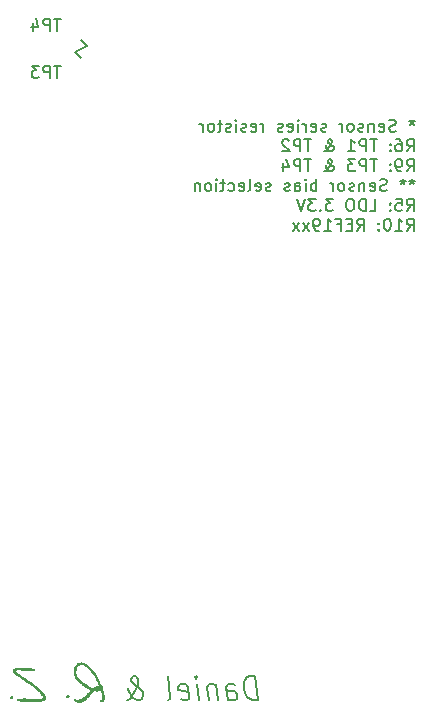
<source format=gbr>
%TF.GenerationSoftware,KiCad,Pcbnew,(5.1.9)-1*%
%TF.CreationDate,2021-03-12T11:46:57-05:00*%
%TF.ProjectId,SensorDemo,53656e73-6f72-4446-956d-6f2e6b696361,rev?*%
%TF.SameCoordinates,PX700e860PY7735940*%
%TF.FileFunction,Legend,Bot*%
%TF.FilePolarity,Positive*%
%FSLAX46Y46*%
G04 Gerber Fmt 4.6, Leading zero omitted, Abs format (unit mm)*
G04 Created by KiCad (PCBNEW (5.1.9)-1) date 2021-03-12 11:46:57*
%MOMM*%
%LPD*%
G01*
G04 APERTURE LIST*
%ADD10C,0.152400*%
%ADD11C,0.010000*%
G04 APERTURE END LIST*
D10*
X40513892Y50497381D02*
X40513892Y50255477D01*
X40755797Y50352239D02*
X40513892Y50255477D01*
X40271987Y50352239D01*
X40659035Y50061953D02*
X40513892Y50255477D01*
X40368749Y50061953D01*
X39159225Y49529762D02*
X39014082Y49481381D01*
X38772178Y49481381D01*
X38675416Y49529762D01*
X38627035Y49578143D01*
X38578654Y49674905D01*
X38578654Y49771667D01*
X38627035Y49868429D01*
X38675416Y49916810D01*
X38772178Y49965191D01*
X38965701Y50013572D01*
X39062463Y50061953D01*
X39110844Y50110334D01*
X39159225Y50207096D01*
X39159225Y50303858D01*
X39110844Y50400620D01*
X39062463Y50449000D01*
X38965701Y50497381D01*
X38723797Y50497381D01*
X38578654Y50449000D01*
X37756178Y49529762D02*
X37852940Y49481381D01*
X38046463Y49481381D01*
X38143225Y49529762D01*
X38191606Y49626524D01*
X38191606Y50013572D01*
X38143225Y50110334D01*
X38046463Y50158715D01*
X37852940Y50158715D01*
X37756178Y50110334D01*
X37707797Y50013572D01*
X37707797Y49916810D01*
X38191606Y49820048D01*
X37272368Y50158715D02*
X37272368Y49481381D01*
X37272368Y50061953D02*
X37223987Y50110334D01*
X37127225Y50158715D01*
X36982082Y50158715D01*
X36885320Y50110334D01*
X36836940Y50013572D01*
X36836940Y49481381D01*
X36401511Y49529762D02*
X36304749Y49481381D01*
X36111225Y49481381D01*
X36014463Y49529762D01*
X35966082Y49626524D01*
X35966082Y49674905D01*
X36014463Y49771667D01*
X36111225Y49820048D01*
X36256368Y49820048D01*
X36353130Y49868429D01*
X36401511Y49965191D01*
X36401511Y50013572D01*
X36353130Y50110334D01*
X36256368Y50158715D01*
X36111225Y50158715D01*
X36014463Y50110334D01*
X35385511Y49481381D02*
X35482273Y49529762D01*
X35530654Y49578143D01*
X35579035Y49674905D01*
X35579035Y49965191D01*
X35530654Y50061953D01*
X35482273Y50110334D01*
X35385511Y50158715D01*
X35240368Y50158715D01*
X35143606Y50110334D01*
X35095225Y50061953D01*
X35046844Y49965191D01*
X35046844Y49674905D01*
X35095225Y49578143D01*
X35143606Y49529762D01*
X35240368Y49481381D01*
X35385511Y49481381D01*
X34611416Y49481381D02*
X34611416Y50158715D01*
X34611416Y49965191D02*
X34563035Y50061953D01*
X34514654Y50110334D01*
X34417892Y50158715D01*
X34321130Y50158715D01*
X33256749Y49529762D02*
X33159987Y49481381D01*
X32966463Y49481381D01*
X32869701Y49529762D01*
X32821320Y49626524D01*
X32821320Y49674905D01*
X32869701Y49771667D01*
X32966463Y49820048D01*
X33111606Y49820048D01*
X33208368Y49868429D01*
X33256749Y49965191D01*
X33256749Y50013572D01*
X33208368Y50110334D01*
X33111606Y50158715D01*
X32966463Y50158715D01*
X32869701Y50110334D01*
X31998844Y49529762D02*
X32095606Y49481381D01*
X32289130Y49481381D01*
X32385892Y49529762D01*
X32434273Y49626524D01*
X32434273Y50013572D01*
X32385892Y50110334D01*
X32289130Y50158715D01*
X32095606Y50158715D01*
X31998844Y50110334D01*
X31950463Y50013572D01*
X31950463Y49916810D01*
X32434273Y49820048D01*
X31515035Y49481381D02*
X31515035Y50158715D01*
X31515035Y49965191D02*
X31466654Y50061953D01*
X31418273Y50110334D01*
X31321511Y50158715D01*
X31224749Y50158715D01*
X30886082Y49481381D02*
X30886082Y50158715D01*
X30886082Y50497381D02*
X30934463Y50449000D01*
X30886082Y50400620D01*
X30837701Y50449000D01*
X30886082Y50497381D01*
X30886082Y50400620D01*
X30015225Y49529762D02*
X30111987Y49481381D01*
X30305511Y49481381D01*
X30402273Y49529762D01*
X30450654Y49626524D01*
X30450654Y50013572D01*
X30402273Y50110334D01*
X30305511Y50158715D01*
X30111987Y50158715D01*
X30015225Y50110334D01*
X29966844Y50013572D01*
X29966844Y49916810D01*
X30450654Y49820048D01*
X29579797Y49529762D02*
X29483035Y49481381D01*
X29289511Y49481381D01*
X29192749Y49529762D01*
X29144368Y49626524D01*
X29144368Y49674905D01*
X29192749Y49771667D01*
X29289511Y49820048D01*
X29434654Y49820048D01*
X29531416Y49868429D01*
X29579797Y49965191D01*
X29579797Y50013572D01*
X29531416Y50110334D01*
X29434654Y50158715D01*
X29289511Y50158715D01*
X29192749Y50110334D01*
X27934844Y49481381D02*
X27934844Y50158715D01*
X27934844Y49965191D02*
X27886463Y50061953D01*
X27838082Y50110334D01*
X27741320Y50158715D01*
X27644559Y50158715D01*
X26918844Y49529762D02*
X27015606Y49481381D01*
X27209130Y49481381D01*
X27305892Y49529762D01*
X27354273Y49626524D01*
X27354273Y50013572D01*
X27305892Y50110334D01*
X27209130Y50158715D01*
X27015606Y50158715D01*
X26918844Y50110334D01*
X26870463Y50013572D01*
X26870463Y49916810D01*
X27354273Y49820048D01*
X26483416Y49529762D02*
X26386654Y49481381D01*
X26193130Y49481381D01*
X26096368Y49529762D01*
X26047987Y49626524D01*
X26047987Y49674905D01*
X26096368Y49771667D01*
X26193130Y49820048D01*
X26338273Y49820048D01*
X26435035Y49868429D01*
X26483416Y49965191D01*
X26483416Y50013572D01*
X26435035Y50110334D01*
X26338273Y50158715D01*
X26193130Y50158715D01*
X26096368Y50110334D01*
X25612559Y49481381D02*
X25612559Y50158715D01*
X25612559Y50497381D02*
X25660940Y50449000D01*
X25612559Y50400620D01*
X25564178Y50449000D01*
X25612559Y50497381D01*
X25612559Y50400620D01*
X25177130Y49529762D02*
X25080368Y49481381D01*
X24886844Y49481381D01*
X24790082Y49529762D01*
X24741701Y49626524D01*
X24741701Y49674905D01*
X24790082Y49771667D01*
X24886844Y49820048D01*
X25031987Y49820048D01*
X25128749Y49868429D01*
X25177130Y49965191D01*
X25177130Y50013572D01*
X25128749Y50110334D01*
X25031987Y50158715D01*
X24886844Y50158715D01*
X24790082Y50110334D01*
X24451416Y50158715D02*
X24064368Y50158715D01*
X24306273Y50497381D02*
X24306273Y49626524D01*
X24257892Y49529762D01*
X24161130Y49481381D01*
X24064368Y49481381D01*
X23580559Y49481381D02*
X23677320Y49529762D01*
X23725701Y49578143D01*
X23774082Y49674905D01*
X23774082Y49965191D01*
X23725701Y50061953D01*
X23677320Y50110334D01*
X23580559Y50158715D01*
X23435416Y50158715D01*
X23338654Y50110334D01*
X23290273Y50061953D01*
X23241892Y49965191D01*
X23241892Y49674905D01*
X23290273Y49578143D01*
X23338654Y49529762D01*
X23435416Y49481381D01*
X23580559Y49481381D01*
X22806463Y49481381D02*
X22806463Y50158715D01*
X22806463Y49965191D02*
X22758082Y50061953D01*
X22709701Y50110334D01*
X22612940Y50158715D01*
X22516178Y50158715D01*
X40078463Y47804981D02*
X40417130Y48288791D01*
X40659035Y47804981D02*
X40659035Y48820981D01*
X40271987Y48820981D01*
X40175225Y48772600D01*
X40126844Y48724220D01*
X40078463Y48627458D01*
X40078463Y48482315D01*
X40126844Y48385553D01*
X40175225Y48337172D01*
X40271987Y48288791D01*
X40659035Y48288791D01*
X39207606Y48820981D02*
X39401130Y48820981D01*
X39497892Y48772600D01*
X39546273Y48724220D01*
X39643035Y48579077D01*
X39691416Y48385553D01*
X39691416Y47998505D01*
X39643035Y47901743D01*
X39594654Y47853362D01*
X39497892Y47804981D01*
X39304368Y47804981D01*
X39207606Y47853362D01*
X39159225Y47901743D01*
X39110844Y47998505D01*
X39110844Y48240410D01*
X39159225Y48337172D01*
X39207606Y48385553D01*
X39304368Y48433934D01*
X39497892Y48433934D01*
X39594654Y48385553D01*
X39643035Y48337172D01*
X39691416Y48240410D01*
X38675416Y47901743D02*
X38627035Y47853362D01*
X38675416Y47804981D01*
X38723797Y47853362D01*
X38675416Y47901743D01*
X38675416Y47804981D01*
X38675416Y48433934D02*
X38627035Y48385553D01*
X38675416Y48337172D01*
X38723797Y48385553D01*
X38675416Y48433934D01*
X38675416Y48337172D01*
X37562654Y48820981D02*
X36982082Y48820981D01*
X37272368Y47804981D02*
X37272368Y48820981D01*
X36643416Y47804981D02*
X36643416Y48820981D01*
X36256368Y48820981D01*
X36159606Y48772600D01*
X36111225Y48724220D01*
X36062844Y48627458D01*
X36062844Y48482315D01*
X36111225Y48385553D01*
X36159606Y48337172D01*
X36256368Y48288791D01*
X36643416Y48288791D01*
X35095225Y47804981D02*
X35675797Y47804981D01*
X35385511Y47804981D02*
X35385511Y48820981D01*
X35482273Y48675839D01*
X35579035Y48579077D01*
X35675797Y48530696D01*
X33063225Y47804981D02*
X33111606Y47804981D01*
X33208368Y47853362D01*
X33353511Y47998505D01*
X33595416Y48288791D01*
X33692178Y48433934D01*
X33740559Y48579077D01*
X33740559Y48675839D01*
X33692178Y48772600D01*
X33595416Y48820981D01*
X33547035Y48820981D01*
X33450273Y48772600D01*
X33401892Y48675839D01*
X33401892Y48627458D01*
X33450273Y48530696D01*
X33498654Y48482315D01*
X33788940Y48288791D01*
X33837320Y48240410D01*
X33885701Y48143648D01*
X33885701Y47998505D01*
X33837320Y47901743D01*
X33788940Y47853362D01*
X33692178Y47804981D01*
X33547035Y47804981D01*
X33450273Y47853362D01*
X33401892Y47901743D01*
X33256749Y48095267D01*
X33208368Y48240410D01*
X33208368Y48337172D01*
X31998844Y48820981D02*
X31418273Y48820981D01*
X31708559Y47804981D02*
X31708559Y48820981D01*
X31079606Y47804981D02*
X31079606Y48820981D01*
X30692559Y48820981D01*
X30595797Y48772600D01*
X30547416Y48724220D01*
X30499035Y48627458D01*
X30499035Y48482315D01*
X30547416Y48385553D01*
X30595797Y48337172D01*
X30692559Y48288791D01*
X31079606Y48288791D01*
X30111987Y48724220D02*
X30063606Y48772600D01*
X29966844Y48820981D01*
X29724940Y48820981D01*
X29628178Y48772600D01*
X29579797Y48724220D01*
X29531416Y48627458D01*
X29531416Y48530696D01*
X29579797Y48385553D01*
X30160368Y47804981D01*
X29531416Y47804981D01*
X40078463Y46128581D02*
X40417130Y46612391D01*
X40659035Y46128581D02*
X40659035Y47144581D01*
X40271987Y47144581D01*
X40175225Y47096200D01*
X40126844Y47047820D01*
X40078463Y46951058D01*
X40078463Y46805915D01*
X40126844Y46709153D01*
X40175225Y46660772D01*
X40271987Y46612391D01*
X40659035Y46612391D01*
X39594654Y46128581D02*
X39401130Y46128581D01*
X39304368Y46176962D01*
X39255987Y46225343D01*
X39159225Y46370486D01*
X39110844Y46564010D01*
X39110844Y46951058D01*
X39159225Y47047820D01*
X39207606Y47096200D01*
X39304368Y47144581D01*
X39497892Y47144581D01*
X39594654Y47096200D01*
X39643035Y47047820D01*
X39691416Y46951058D01*
X39691416Y46709153D01*
X39643035Y46612391D01*
X39594654Y46564010D01*
X39497892Y46515629D01*
X39304368Y46515629D01*
X39207606Y46564010D01*
X39159225Y46612391D01*
X39110844Y46709153D01*
X38675416Y46225343D02*
X38627035Y46176962D01*
X38675416Y46128581D01*
X38723797Y46176962D01*
X38675416Y46225343D01*
X38675416Y46128581D01*
X38675416Y46757534D02*
X38627035Y46709153D01*
X38675416Y46660772D01*
X38723797Y46709153D01*
X38675416Y46757534D01*
X38675416Y46660772D01*
X37562654Y47144581D02*
X36982082Y47144581D01*
X37272368Y46128581D02*
X37272368Y47144581D01*
X36643416Y46128581D02*
X36643416Y47144581D01*
X36256368Y47144581D01*
X36159606Y47096200D01*
X36111225Y47047820D01*
X36062844Y46951058D01*
X36062844Y46805915D01*
X36111225Y46709153D01*
X36159606Y46660772D01*
X36256368Y46612391D01*
X36643416Y46612391D01*
X35724178Y47144581D02*
X35095225Y47144581D01*
X35433892Y46757534D01*
X35288749Y46757534D01*
X35191987Y46709153D01*
X35143606Y46660772D01*
X35095225Y46564010D01*
X35095225Y46322105D01*
X35143606Y46225343D01*
X35191987Y46176962D01*
X35288749Y46128581D01*
X35579035Y46128581D01*
X35675797Y46176962D01*
X35724178Y46225343D01*
X33063225Y46128581D02*
X33111606Y46128581D01*
X33208368Y46176962D01*
X33353511Y46322105D01*
X33595416Y46612391D01*
X33692178Y46757534D01*
X33740559Y46902677D01*
X33740559Y46999439D01*
X33692178Y47096200D01*
X33595416Y47144581D01*
X33547035Y47144581D01*
X33450273Y47096200D01*
X33401892Y46999439D01*
X33401892Y46951058D01*
X33450273Y46854296D01*
X33498654Y46805915D01*
X33788940Y46612391D01*
X33837320Y46564010D01*
X33885701Y46467248D01*
X33885701Y46322105D01*
X33837320Y46225343D01*
X33788940Y46176962D01*
X33692178Y46128581D01*
X33547035Y46128581D01*
X33450273Y46176962D01*
X33401892Y46225343D01*
X33256749Y46418867D01*
X33208368Y46564010D01*
X33208368Y46660772D01*
X31998844Y47144581D02*
X31418273Y47144581D01*
X31708559Y46128581D02*
X31708559Y47144581D01*
X31079606Y46128581D02*
X31079606Y47144581D01*
X30692559Y47144581D01*
X30595797Y47096200D01*
X30547416Y47047820D01*
X30499035Y46951058D01*
X30499035Y46805915D01*
X30547416Y46709153D01*
X30595797Y46660772D01*
X30692559Y46612391D01*
X31079606Y46612391D01*
X29628178Y46805915D02*
X29628178Y46128581D01*
X29870082Y47192962D02*
X30111987Y46467248D01*
X29483035Y46467248D01*
X40513892Y45468181D02*
X40513892Y45226277D01*
X40755797Y45323039D02*
X40513892Y45226277D01*
X40271987Y45323039D01*
X40659035Y45032753D02*
X40513892Y45226277D01*
X40368749Y45032753D01*
X39739797Y45468181D02*
X39739797Y45226277D01*
X39981701Y45323039D02*
X39739797Y45226277D01*
X39497892Y45323039D01*
X39884940Y45032753D02*
X39739797Y45226277D01*
X39594654Y45032753D01*
X38385130Y44500562D02*
X38239987Y44452181D01*
X37998082Y44452181D01*
X37901320Y44500562D01*
X37852940Y44548943D01*
X37804559Y44645705D01*
X37804559Y44742467D01*
X37852940Y44839229D01*
X37901320Y44887610D01*
X37998082Y44935991D01*
X38191606Y44984372D01*
X38288368Y45032753D01*
X38336749Y45081134D01*
X38385130Y45177896D01*
X38385130Y45274658D01*
X38336749Y45371420D01*
X38288368Y45419800D01*
X38191606Y45468181D01*
X37949701Y45468181D01*
X37804559Y45419800D01*
X36982082Y44500562D02*
X37078844Y44452181D01*
X37272368Y44452181D01*
X37369130Y44500562D01*
X37417511Y44597324D01*
X37417511Y44984372D01*
X37369130Y45081134D01*
X37272368Y45129515D01*
X37078844Y45129515D01*
X36982082Y45081134D01*
X36933701Y44984372D01*
X36933701Y44887610D01*
X37417511Y44790848D01*
X36498273Y45129515D02*
X36498273Y44452181D01*
X36498273Y45032753D02*
X36449892Y45081134D01*
X36353130Y45129515D01*
X36207987Y45129515D01*
X36111225Y45081134D01*
X36062844Y44984372D01*
X36062844Y44452181D01*
X35627416Y44500562D02*
X35530654Y44452181D01*
X35337130Y44452181D01*
X35240368Y44500562D01*
X35191987Y44597324D01*
X35191987Y44645705D01*
X35240368Y44742467D01*
X35337130Y44790848D01*
X35482273Y44790848D01*
X35579035Y44839229D01*
X35627416Y44935991D01*
X35627416Y44984372D01*
X35579035Y45081134D01*
X35482273Y45129515D01*
X35337130Y45129515D01*
X35240368Y45081134D01*
X34611416Y44452181D02*
X34708178Y44500562D01*
X34756559Y44548943D01*
X34804940Y44645705D01*
X34804940Y44935991D01*
X34756559Y45032753D01*
X34708178Y45081134D01*
X34611416Y45129515D01*
X34466273Y45129515D01*
X34369511Y45081134D01*
X34321130Y45032753D01*
X34272749Y44935991D01*
X34272749Y44645705D01*
X34321130Y44548943D01*
X34369511Y44500562D01*
X34466273Y44452181D01*
X34611416Y44452181D01*
X33837320Y44452181D02*
X33837320Y45129515D01*
X33837320Y44935991D02*
X33788940Y45032753D01*
X33740559Y45081134D01*
X33643797Y45129515D01*
X33547035Y45129515D01*
X32434273Y44452181D02*
X32434273Y45468181D01*
X32434273Y45081134D02*
X32337511Y45129515D01*
X32143987Y45129515D01*
X32047225Y45081134D01*
X31998844Y45032753D01*
X31950463Y44935991D01*
X31950463Y44645705D01*
X31998844Y44548943D01*
X32047225Y44500562D01*
X32143987Y44452181D01*
X32337511Y44452181D01*
X32434273Y44500562D01*
X31515035Y44452181D02*
X31515035Y45129515D01*
X31515035Y45468181D02*
X31563416Y45419800D01*
X31515035Y45371420D01*
X31466654Y45419800D01*
X31515035Y45468181D01*
X31515035Y45371420D01*
X30595797Y44452181D02*
X30595797Y44984372D01*
X30644178Y45081134D01*
X30740940Y45129515D01*
X30934463Y45129515D01*
X31031225Y45081134D01*
X30595797Y44500562D02*
X30692559Y44452181D01*
X30934463Y44452181D01*
X31031225Y44500562D01*
X31079606Y44597324D01*
X31079606Y44694086D01*
X31031225Y44790848D01*
X30934463Y44839229D01*
X30692559Y44839229D01*
X30595797Y44887610D01*
X30160368Y44500562D02*
X30063606Y44452181D01*
X29870082Y44452181D01*
X29773320Y44500562D01*
X29724940Y44597324D01*
X29724940Y44645705D01*
X29773320Y44742467D01*
X29870082Y44790848D01*
X30015225Y44790848D01*
X30111987Y44839229D01*
X30160368Y44935991D01*
X30160368Y44984372D01*
X30111987Y45081134D01*
X30015225Y45129515D01*
X29870082Y45129515D01*
X29773320Y45081134D01*
X28563797Y44500562D02*
X28467035Y44452181D01*
X28273511Y44452181D01*
X28176749Y44500562D01*
X28128368Y44597324D01*
X28128368Y44645705D01*
X28176749Y44742467D01*
X28273511Y44790848D01*
X28418654Y44790848D01*
X28515416Y44839229D01*
X28563797Y44935991D01*
X28563797Y44984372D01*
X28515416Y45081134D01*
X28418654Y45129515D01*
X28273511Y45129515D01*
X28176749Y45081134D01*
X27305892Y44500562D02*
X27402654Y44452181D01*
X27596178Y44452181D01*
X27692940Y44500562D01*
X27741320Y44597324D01*
X27741320Y44984372D01*
X27692940Y45081134D01*
X27596178Y45129515D01*
X27402654Y45129515D01*
X27305892Y45081134D01*
X27257511Y44984372D01*
X27257511Y44887610D01*
X27741320Y44790848D01*
X26676940Y44452181D02*
X26773701Y44500562D01*
X26822082Y44597324D01*
X26822082Y45468181D01*
X25902844Y44500562D02*
X25999606Y44452181D01*
X26193130Y44452181D01*
X26289892Y44500562D01*
X26338273Y44597324D01*
X26338273Y44984372D01*
X26289892Y45081134D01*
X26193130Y45129515D01*
X25999606Y45129515D01*
X25902844Y45081134D01*
X25854463Y44984372D01*
X25854463Y44887610D01*
X26338273Y44790848D01*
X24983606Y44500562D02*
X25080368Y44452181D01*
X25273892Y44452181D01*
X25370654Y44500562D01*
X25419035Y44548943D01*
X25467416Y44645705D01*
X25467416Y44935991D01*
X25419035Y45032753D01*
X25370654Y45081134D01*
X25273892Y45129515D01*
X25080368Y45129515D01*
X24983606Y45081134D01*
X24693320Y45129515D02*
X24306273Y45129515D01*
X24548178Y45468181D02*
X24548178Y44597324D01*
X24499797Y44500562D01*
X24403035Y44452181D01*
X24306273Y44452181D01*
X23967606Y44452181D02*
X23967606Y45129515D01*
X23967606Y45468181D02*
X24015987Y45419800D01*
X23967606Y45371420D01*
X23919225Y45419800D01*
X23967606Y45468181D01*
X23967606Y45371420D01*
X23338654Y44452181D02*
X23435416Y44500562D01*
X23483797Y44548943D01*
X23532178Y44645705D01*
X23532178Y44935991D01*
X23483797Y45032753D01*
X23435416Y45081134D01*
X23338654Y45129515D01*
X23193511Y45129515D01*
X23096749Y45081134D01*
X23048368Y45032753D01*
X22999987Y44935991D01*
X22999987Y44645705D01*
X23048368Y44548943D01*
X23096749Y44500562D01*
X23193511Y44452181D01*
X23338654Y44452181D01*
X22564559Y45129515D02*
X22564559Y44452181D01*
X22564559Y45032753D02*
X22516178Y45081134D01*
X22419416Y45129515D01*
X22274273Y45129515D01*
X22177511Y45081134D01*
X22129130Y44984372D01*
X22129130Y44452181D01*
X40078463Y42775781D02*
X40417130Y43259591D01*
X40659035Y42775781D02*
X40659035Y43791781D01*
X40271987Y43791781D01*
X40175225Y43743400D01*
X40126844Y43695020D01*
X40078463Y43598258D01*
X40078463Y43453115D01*
X40126844Y43356353D01*
X40175225Y43307972D01*
X40271987Y43259591D01*
X40659035Y43259591D01*
X39159225Y43791781D02*
X39643035Y43791781D01*
X39691416Y43307972D01*
X39643035Y43356353D01*
X39546273Y43404734D01*
X39304368Y43404734D01*
X39207606Y43356353D01*
X39159225Y43307972D01*
X39110844Y43211210D01*
X39110844Y42969305D01*
X39159225Y42872543D01*
X39207606Y42824162D01*
X39304368Y42775781D01*
X39546273Y42775781D01*
X39643035Y42824162D01*
X39691416Y42872543D01*
X38675416Y42872543D02*
X38627035Y42824162D01*
X38675416Y42775781D01*
X38723797Y42824162D01*
X38675416Y42872543D01*
X38675416Y42775781D01*
X38675416Y43404734D02*
X38627035Y43356353D01*
X38675416Y43307972D01*
X38723797Y43356353D01*
X38675416Y43404734D01*
X38675416Y43307972D01*
X36933701Y42775781D02*
X37417511Y42775781D01*
X37417511Y43791781D01*
X36595035Y42775781D02*
X36595035Y43791781D01*
X36353130Y43791781D01*
X36207987Y43743400D01*
X36111225Y43646639D01*
X36062844Y43549877D01*
X36014463Y43356353D01*
X36014463Y43211210D01*
X36062844Y43017686D01*
X36111225Y42920924D01*
X36207987Y42824162D01*
X36353130Y42775781D01*
X36595035Y42775781D01*
X35385511Y43791781D02*
X35191987Y43791781D01*
X35095225Y43743400D01*
X34998463Y43646639D01*
X34950082Y43453115D01*
X34950082Y43114448D01*
X34998463Y42920924D01*
X35095225Y42824162D01*
X35191987Y42775781D01*
X35385511Y42775781D01*
X35482273Y42824162D01*
X35579035Y42920924D01*
X35627416Y43114448D01*
X35627416Y43453115D01*
X35579035Y43646639D01*
X35482273Y43743400D01*
X35385511Y43791781D01*
X33837320Y43791781D02*
X33208368Y43791781D01*
X33547035Y43404734D01*
X33401892Y43404734D01*
X33305130Y43356353D01*
X33256749Y43307972D01*
X33208368Y43211210D01*
X33208368Y42969305D01*
X33256749Y42872543D01*
X33305130Y42824162D01*
X33401892Y42775781D01*
X33692178Y42775781D01*
X33788940Y42824162D01*
X33837320Y42872543D01*
X32772940Y42872543D02*
X32724559Y42824162D01*
X32772940Y42775781D01*
X32821320Y42824162D01*
X32772940Y42872543D01*
X32772940Y42775781D01*
X32385892Y43791781D02*
X31756940Y43791781D01*
X32095606Y43404734D01*
X31950463Y43404734D01*
X31853701Y43356353D01*
X31805320Y43307972D01*
X31756940Y43211210D01*
X31756940Y42969305D01*
X31805320Y42872543D01*
X31853701Y42824162D01*
X31950463Y42775781D01*
X32240749Y42775781D01*
X32337511Y42824162D01*
X32385892Y42872543D01*
X31466654Y43791781D02*
X31127987Y42775781D01*
X30789320Y43791781D01*
X40078463Y41099381D02*
X40417130Y41583191D01*
X40659035Y41099381D02*
X40659035Y42115381D01*
X40271987Y42115381D01*
X40175225Y42067000D01*
X40126844Y42018620D01*
X40078463Y41921858D01*
X40078463Y41776715D01*
X40126844Y41679953D01*
X40175225Y41631572D01*
X40271987Y41583191D01*
X40659035Y41583191D01*
X39110844Y41099381D02*
X39691416Y41099381D01*
X39401130Y41099381D02*
X39401130Y42115381D01*
X39497892Y41970239D01*
X39594654Y41873477D01*
X39691416Y41825096D01*
X38481892Y42115381D02*
X38385130Y42115381D01*
X38288368Y42067000D01*
X38239987Y42018620D01*
X38191606Y41921858D01*
X38143225Y41728334D01*
X38143225Y41486429D01*
X38191606Y41292905D01*
X38239987Y41196143D01*
X38288368Y41147762D01*
X38385130Y41099381D01*
X38481892Y41099381D01*
X38578654Y41147762D01*
X38627035Y41196143D01*
X38675416Y41292905D01*
X38723797Y41486429D01*
X38723797Y41728334D01*
X38675416Y41921858D01*
X38627035Y42018620D01*
X38578654Y42067000D01*
X38481892Y42115381D01*
X37707797Y41196143D02*
X37659416Y41147762D01*
X37707797Y41099381D01*
X37756178Y41147762D01*
X37707797Y41196143D01*
X37707797Y41099381D01*
X37707797Y41728334D02*
X37659416Y41679953D01*
X37707797Y41631572D01*
X37756178Y41679953D01*
X37707797Y41728334D01*
X37707797Y41631572D01*
X35869320Y41099381D02*
X36207987Y41583191D01*
X36449892Y41099381D02*
X36449892Y42115381D01*
X36062844Y42115381D01*
X35966082Y42067000D01*
X35917701Y42018620D01*
X35869320Y41921858D01*
X35869320Y41776715D01*
X35917701Y41679953D01*
X35966082Y41631572D01*
X36062844Y41583191D01*
X36449892Y41583191D01*
X35433892Y41631572D02*
X35095225Y41631572D01*
X34950082Y41099381D02*
X35433892Y41099381D01*
X35433892Y42115381D01*
X34950082Y42115381D01*
X34175987Y41631572D02*
X34514654Y41631572D01*
X34514654Y41099381D02*
X34514654Y42115381D01*
X34030844Y42115381D01*
X33111606Y41099381D02*
X33692178Y41099381D01*
X33401892Y41099381D02*
X33401892Y42115381D01*
X33498654Y41970239D01*
X33595416Y41873477D01*
X33692178Y41825096D01*
X32627797Y41099381D02*
X32434273Y41099381D01*
X32337511Y41147762D01*
X32289130Y41196143D01*
X32192368Y41341286D01*
X32143987Y41534810D01*
X32143987Y41921858D01*
X32192368Y42018620D01*
X32240749Y42067000D01*
X32337511Y42115381D01*
X32531035Y42115381D01*
X32627797Y42067000D01*
X32676178Y42018620D01*
X32724559Y41921858D01*
X32724559Y41679953D01*
X32676178Y41583191D01*
X32627797Y41534810D01*
X32531035Y41486429D01*
X32337511Y41486429D01*
X32240749Y41534810D01*
X32192368Y41583191D01*
X32143987Y41679953D01*
X31805320Y41099381D02*
X31273130Y41776715D01*
X31805320Y41776715D02*
X31273130Y41099381D01*
X30982844Y41099381D02*
X30450654Y41776715D01*
X30982844Y41776715D02*
X30450654Y41099381D01*
X12000000Y56250000D02*
X12500000Y55750000D01*
X13000000Y56750000D02*
X12000000Y56250000D01*
X12500000Y57250000D02*
X13000000Y56750000D01*
X27465511Y1330762D02*
X27211511Y3362762D01*
X26788178Y3362762D01*
X26546273Y3266000D01*
X26401130Y3072477D01*
X26340654Y2878953D01*
X26304368Y2491905D01*
X26340654Y2201620D01*
X26473701Y1814572D01*
X26582559Y1621048D01*
X26776082Y1427524D01*
X27042178Y1330762D01*
X27465511Y1330762D01*
X24925511Y1330762D02*
X24792463Y2395143D01*
X24852940Y2588667D01*
X25010178Y2685429D01*
X25348844Y2685429D01*
X25530273Y2588667D01*
X24913416Y1427524D02*
X25094844Y1330762D01*
X25518178Y1330762D01*
X25675416Y1427524D01*
X25735892Y1621048D01*
X25711701Y1814572D01*
X25602844Y2008096D01*
X25421416Y2104858D01*
X24998082Y2104858D01*
X24816654Y2201620D01*
X23909511Y2685429D02*
X24078844Y1330762D01*
X23933701Y2491905D02*
X23836940Y2588667D01*
X23655511Y2685429D01*
X23401511Y2685429D01*
X23244273Y2588667D01*
X23183797Y2395143D01*
X23316844Y1330762D01*
X22470178Y1330762D02*
X22300844Y2685429D01*
X22216178Y3362762D02*
X22312940Y3266000D01*
X22240368Y3169239D01*
X22143606Y3266000D01*
X22216178Y3362762D01*
X22240368Y3169239D01*
X20934082Y1427524D02*
X21115511Y1330762D01*
X21454178Y1330762D01*
X21611416Y1427524D01*
X21671892Y1621048D01*
X21575130Y2395143D01*
X21466273Y2588667D01*
X21284844Y2685429D01*
X20946178Y2685429D01*
X20788940Y2588667D01*
X20728463Y2395143D01*
X20752654Y2201620D01*
X21623511Y2008096D01*
X19845511Y1330762D02*
X20002749Y1427524D01*
X20063225Y1621048D01*
X19845511Y3362762D01*
X16374178Y1330762D02*
X16458844Y1330762D01*
X16616082Y1427524D01*
X16833797Y1717810D01*
X17184559Y2298381D01*
X17317606Y2588667D01*
X17365987Y2878953D01*
X17341797Y3072477D01*
X17232940Y3266000D01*
X17051511Y3362762D01*
X16966844Y3362762D01*
X16809606Y3266000D01*
X16749130Y3072477D01*
X16761225Y2975715D01*
X16870082Y2782191D01*
X16966844Y2685429D01*
X17523225Y2298381D01*
X17619987Y2201620D01*
X17728844Y2008096D01*
X17765130Y1717810D01*
X17704654Y1524286D01*
X17632082Y1427524D01*
X17474844Y1330762D01*
X17220844Y1330762D01*
X17039416Y1427524D01*
X16942654Y1524286D01*
X16640273Y1911334D01*
X16519320Y2201620D01*
X16495130Y2395143D01*
D11*
%TO.C,G\u002A\u002A\u002A*%
G36*
X11366261Y1757080D02*
G01*
X11343066Y1745306D01*
X11314789Y1727290D01*
X11288596Y1708012D01*
X11271653Y1692449D01*
X11269998Y1690210D01*
X11262329Y1661138D01*
X11269874Y1629612D01*
X11282320Y1612080D01*
X11305896Y1596844D01*
X11336123Y1594447D01*
X11377449Y1604666D01*
X11383920Y1606927D01*
X11419051Y1627476D01*
X11441998Y1656964D01*
X11449886Y1690440D01*
X11445303Y1712660D01*
X11426179Y1739662D01*
X11399062Y1756257D01*
X11370942Y1758519D01*
X11366261Y1757080D01*
G37*
X11366261Y1757080D02*
X11343066Y1745306D01*
X11314789Y1727290D01*
X11288596Y1708012D01*
X11271653Y1692449D01*
X11269998Y1690210D01*
X11262329Y1661138D01*
X11269874Y1629612D01*
X11282320Y1612080D01*
X11305896Y1596844D01*
X11336123Y1594447D01*
X11377449Y1604666D01*
X11383920Y1606927D01*
X11419051Y1627476D01*
X11441998Y1656964D01*
X11449886Y1690440D01*
X11445303Y1712660D01*
X11426179Y1739662D01*
X11399062Y1756257D01*
X11370942Y1758519D01*
X11366261Y1757080D01*
G36*
X6567090Y1683835D02*
G01*
X6538419Y1661158D01*
X6527856Y1646063D01*
X6511102Y1610796D01*
X6509041Y1582812D01*
X6521332Y1555718D01*
X6522937Y1553381D01*
X6547241Y1534715D01*
X6580545Y1532670D01*
X6620082Y1547300D01*
X6627075Y1551358D01*
X6648633Y1566834D01*
X6657420Y1583395D01*
X6657823Y1610029D01*
X6657555Y1613805D01*
X6647183Y1653281D01*
X6625778Y1678825D01*
X6597645Y1689367D01*
X6567090Y1683835D01*
G37*
X6567090Y1683835D02*
X6538419Y1661158D01*
X6527856Y1646063D01*
X6511102Y1610796D01*
X6509041Y1582812D01*
X6521332Y1555718D01*
X6522937Y1553381D01*
X6547241Y1534715D01*
X6580545Y1532670D01*
X6620082Y1547300D01*
X6627075Y1551358D01*
X6648633Y1566834D01*
X6657420Y1583395D01*
X6657823Y1610029D01*
X6657555Y1613805D01*
X6647183Y1653281D01*
X6625778Y1678825D01*
X6597645Y1689367D01*
X6567090Y1683835D01*
G36*
X7170694Y4059838D02*
G01*
X7093379Y4057579D01*
X7025953Y4053465D01*
X6972724Y4047537D01*
X6956272Y4044645D01*
X6875978Y4021543D01*
X6813366Y3989411D01*
X6768541Y3949417D01*
X6741608Y3902728D01*
X6732673Y3850511D01*
X6741839Y3793933D01*
X6769213Y3734162D01*
X6814900Y3672363D01*
X6879005Y3609706D01*
X6914503Y3581071D01*
X6938303Y3563881D01*
X6977119Y3537040D01*
X7028900Y3501919D01*
X7091591Y3459887D01*
X7163139Y3412317D01*
X7241490Y3360579D01*
X7324591Y3306044D01*
X7406280Y3252755D01*
X7599710Y3125930D01*
X7776741Y3007617D01*
X7938856Y2896681D01*
X8087540Y2791985D01*
X8224276Y2692393D01*
X8350548Y2596768D01*
X8467840Y2503976D01*
X8577636Y2412878D01*
X8681419Y2322339D01*
X8780673Y2231223D01*
X8876883Y2138394D01*
X8927132Y2088126D01*
X9015190Y1995320D01*
X9092221Y1906634D01*
X9157335Y1823374D01*
X9209640Y1746847D01*
X9248245Y1678359D01*
X9272260Y1619218D01*
X9280793Y1570729D01*
X9280800Y1569442D01*
X9279895Y1539298D01*
X9273941Y1521953D01*
X9258077Y1509966D01*
X9234954Y1499218D01*
X9201964Y1486013D01*
X9166963Y1475235D01*
X9127715Y1466707D01*
X9081985Y1460250D01*
X9027537Y1455688D01*
X8962133Y1452840D01*
X8883538Y1451531D01*
X8789517Y1451582D01*
X8677832Y1452814D01*
X8655960Y1453143D01*
X8570226Y1454767D01*
X8488668Y1456861D01*
X8414093Y1459312D01*
X8349305Y1462007D01*
X8297113Y1464833D01*
X8260320Y1467676D01*
X8244480Y1469760D01*
X8213581Y1473763D01*
X8165186Y1477333D01*
X8102113Y1480435D01*
X8027184Y1483035D01*
X7943217Y1485101D01*
X7853032Y1486598D01*
X7759450Y1487493D01*
X7665288Y1487753D01*
X7573368Y1487344D01*
X7486508Y1486232D01*
X7407529Y1484384D01*
X7339250Y1481767D01*
X7319994Y1480754D01*
X7248457Y1476472D01*
X7194275Y1472604D01*
X7154500Y1468745D01*
X7126185Y1464491D01*
X7106381Y1459434D01*
X7092141Y1453171D01*
X7084678Y1448408D01*
X7065051Y1429607D01*
X7055856Y1411297D01*
X7055760Y1409763D01*
X7059231Y1392366D01*
X7071177Y1377624D01*
X7093900Y1364560D01*
X7129702Y1352194D01*
X7180883Y1339550D01*
X7249746Y1325648D01*
X7256779Y1324322D01*
X7304593Y1315555D01*
X7346200Y1308627D01*
X7385090Y1303284D01*
X7424753Y1299268D01*
X7468679Y1296326D01*
X7520357Y1294200D01*
X7583277Y1292636D01*
X7660929Y1291377D01*
X7716160Y1290661D01*
X7918917Y1288226D01*
X8102018Y1286179D01*
X8266124Y1284517D01*
X8411897Y1283238D01*
X8539995Y1282339D01*
X8651082Y1281819D01*
X8745816Y1281675D01*
X8824860Y1281905D01*
X8888873Y1282506D01*
X8938517Y1283478D01*
X8974452Y1284817D01*
X8996320Y1286408D01*
X9070142Y1295932D01*
X9142968Y1308185D01*
X9209884Y1322151D01*
X9265976Y1336813D01*
X9303932Y1350099D01*
X9356386Y1381359D01*
X9400979Y1424553D01*
X9435048Y1475421D01*
X9455930Y1529704D01*
X9460962Y1583144D01*
X9459027Y1598138D01*
X9435996Y1676900D01*
X9395270Y1763663D01*
X9337476Y1857637D01*
X9263240Y1958031D01*
X9173188Y2064056D01*
X9067945Y2174922D01*
X8948138Y2289839D01*
X8823600Y2400162D01*
X8778886Y2438195D01*
X8738090Y2472348D01*
X8698780Y2504490D01*
X8658525Y2536491D01*
X8614893Y2570220D01*
X8565455Y2607547D01*
X8507777Y2650342D01*
X8439429Y2700475D01*
X8357981Y2759815D01*
X8320680Y2786916D01*
X8228872Y2853451D01*
X8148116Y2911599D01*
X8075373Y2963431D01*
X8007605Y3011017D01*
X7941773Y3056429D01*
X7874838Y3101735D01*
X7803761Y3149009D01*
X7725504Y3200319D01*
X7637027Y3257737D01*
X7535292Y3323333D01*
X7502800Y3344229D01*
X7390918Y3416188D01*
X7294785Y3478150D01*
X7213043Y3531084D01*
X7144334Y3575958D01*
X7087299Y3613740D01*
X7040579Y3645397D01*
X7002815Y3671897D01*
X6972650Y3694208D01*
X6948724Y3713298D01*
X6929679Y3730134D01*
X6914156Y3745686D01*
X6900797Y3760919D01*
X6888243Y3776803D01*
X6879802Y3788026D01*
X6859025Y3826231D01*
X6857491Y3859466D01*
X6875338Y3887892D01*
X6912705Y3911671D01*
X6969730Y3930964D01*
X7010113Y3939833D01*
X7044956Y3943790D01*
X7097537Y3946214D01*
X7165335Y3947169D01*
X7245833Y3946717D01*
X7336510Y3944922D01*
X7434846Y3941847D01*
X7538323Y3937556D01*
X7644420Y3932112D01*
X7750619Y3925578D01*
X7843160Y3918899D01*
X7922022Y3913124D01*
X8001175Y3907966D01*
X8076196Y3903665D01*
X8142662Y3900463D01*
X8196148Y3898602D01*
X8221620Y3898226D01*
X8267078Y3897461D01*
X8303965Y3895492D01*
X8328229Y3892629D01*
X8335920Y3889551D01*
X8345016Y3875530D01*
X8368978Y3866841D01*
X8402825Y3864477D01*
X8439345Y3868941D01*
X8486384Y3884919D01*
X8519038Y3908147D01*
X8535914Y3936161D01*
X8535618Y3966497D01*
X8516757Y3996691D01*
X8513414Y3999969D01*
X8487707Y4024119D01*
X8043514Y4031728D01*
X7945734Y4033598D01*
X7850339Y4035791D01*
X7760098Y4038215D01*
X7677781Y4040783D01*
X7606157Y4043404D01*
X7547997Y4045989D01*
X7506070Y4048448D01*
X7492640Y4049546D01*
X7418871Y4055097D01*
X7337750Y4058637D01*
X7253588Y4060204D01*
X7170694Y4059838D01*
G37*
X7170694Y4059838D02*
X7093379Y4057579D01*
X7025953Y4053465D01*
X6972724Y4047537D01*
X6956272Y4044645D01*
X6875978Y4021543D01*
X6813366Y3989411D01*
X6768541Y3949417D01*
X6741608Y3902728D01*
X6732673Y3850511D01*
X6741839Y3793933D01*
X6769213Y3734162D01*
X6814900Y3672363D01*
X6879005Y3609706D01*
X6914503Y3581071D01*
X6938303Y3563881D01*
X6977119Y3537040D01*
X7028900Y3501919D01*
X7091591Y3459887D01*
X7163139Y3412317D01*
X7241490Y3360579D01*
X7324591Y3306044D01*
X7406280Y3252755D01*
X7599710Y3125930D01*
X7776741Y3007617D01*
X7938856Y2896681D01*
X8087540Y2791985D01*
X8224276Y2692393D01*
X8350548Y2596768D01*
X8467840Y2503976D01*
X8577636Y2412878D01*
X8681419Y2322339D01*
X8780673Y2231223D01*
X8876883Y2138394D01*
X8927132Y2088126D01*
X9015190Y1995320D01*
X9092221Y1906634D01*
X9157335Y1823374D01*
X9209640Y1746847D01*
X9248245Y1678359D01*
X9272260Y1619218D01*
X9280793Y1570729D01*
X9280800Y1569442D01*
X9279895Y1539298D01*
X9273941Y1521953D01*
X9258077Y1509966D01*
X9234954Y1499218D01*
X9201964Y1486013D01*
X9166963Y1475235D01*
X9127715Y1466707D01*
X9081985Y1460250D01*
X9027537Y1455688D01*
X8962133Y1452840D01*
X8883538Y1451531D01*
X8789517Y1451582D01*
X8677832Y1452814D01*
X8655960Y1453143D01*
X8570226Y1454767D01*
X8488668Y1456861D01*
X8414093Y1459312D01*
X8349305Y1462007D01*
X8297113Y1464833D01*
X8260320Y1467676D01*
X8244480Y1469760D01*
X8213581Y1473763D01*
X8165186Y1477333D01*
X8102113Y1480435D01*
X8027184Y1483035D01*
X7943217Y1485101D01*
X7853032Y1486598D01*
X7759450Y1487493D01*
X7665288Y1487753D01*
X7573368Y1487344D01*
X7486508Y1486232D01*
X7407529Y1484384D01*
X7339250Y1481767D01*
X7319994Y1480754D01*
X7248457Y1476472D01*
X7194275Y1472604D01*
X7154500Y1468745D01*
X7126185Y1464491D01*
X7106381Y1459434D01*
X7092141Y1453171D01*
X7084678Y1448408D01*
X7065051Y1429607D01*
X7055856Y1411297D01*
X7055760Y1409763D01*
X7059231Y1392366D01*
X7071177Y1377624D01*
X7093900Y1364560D01*
X7129702Y1352194D01*
X7180883Y1339550D01*
X7249746Y1325648D01*
X7256779Y1324322D01*
X7304593Y1315555D01*
X7346200Y1308627D01*
X7385090Y1303284D01*
X7424753Y1299268D01*
X7468679Y1296326D01*
X7520357Y1294200D01*
X7583277Y1292636D01*
X7660929Y1291377D01*
X7716160Y1290661D01*
X7918917Y1288226D01*
X8102018Y1286179D01*
X8266124Y1284517D01*
X8411897Y1283238D01*
X8539995Y1282339D01*
X8651082Y1281819D01*
X8745816Y1281675D01*
X8824860Y1281905D01*
X8888873Y1282506D01*
X8938517Y1283478D01*
X8974452Y1284817D01*
X8996320Y1286408D01*
X9070142Y1295932D01*
X9142968Y1308185D01*
X9209884Y1322151D01*
X9265976Y1336813D01*
X9303932Y1350099D01*
X9356386Y1381359D01*
X9400979Y1424553D01*
X9435048Y1475421D01*
X9455930Y1529704D01*
X9460962Y1583144D01*
X9459027Y1598138D01*
X9435996Y1676900D01*
X9395270Y1763663D01*
X9337476Y1857637D01*
X9263240Y1958031D01*
X9173188Y2064056D01*
X9067945Y2174922D01*
X8948138Y2289839D01*
X8823600Y2400162D01*
X8778886Y2438195D01*
X8738090Y2472348D01*
X8698780Y2504490D01*
X8658525Y2536491D01*
X8614893Y2570220D01*
X8565455Y2607547D01*
X8507777Y2650342D01*
X8439429Y2700475D01*
X8357981Y2759815D01*
X8320680Y2786916D01*
X8228872Y2853451D01*
X8148116Y2911599D01*
X8075373Y2963431D01*
X8007605Y3011017D01*
X7941773Y3056429D01*
X7874838Y3101735D01*
X7803761Y3149009D01*
X7725504Y3200319D01*
X7637027Y3257737D01*
X7535292Y3323333D01*
X7502800Y3344229D01*
X7390918Y3416188D01*
X7294785Y3478150D01*
X7213043Y3531084D01*
X7144334Y3575958D01*
X7087299Y3613740D01*
X7040579Y3645397D01*
X7002815Y3671897D01*
X6972650Y3694208D01*
X6948724Y3713298D01*
X6929679Y3730134D01*
X6914156Y3745686D01*
X6900797Y3760919D01*
X6888243Y3776803D01*
X6879802Y3788026D01*
X6859025Y3826231D01*
X6857491Y3859466D01*
X6875338Y3887892D01*
X6912705Y3911671D01*
X6969730Y3930964D01*
X7010113Y3939833D01*
X7044956Y3943790D01*
X7097537Y3946214D01*
X7165335Y3947169D01*
X7245833Y3946717D01*
X7336510Y3944922D01*
X7434846Y3941847D01*
X7538323Y3937556D01*
X7644420Y3932112D01*
X7750619Y3925578D01*
X7843160Y3918899D01*
X7922022Y3913124D01*
X8001175Y3907966D01*
X8076196Y3903665D01*
X8142662Y3900463D01*
X8196148Y3898602D01*
X8221620Y3898226D01*
X8267078Y3897461D01*
X8303965Y3895492D01*
X8328229Y3892629D01*
X8335920Y3889551D01*
X8345016Y3875530D01*
X8368978Y3866841D01*
X8402825Y3864477D01*
X8439345Y3868941D01*
X8486384Y3884919D01*
X8519038Y3908147D01*
X8535914Y3936161D01*
X8535618Y3966497D01*
X8516757Y3996691D01*
X8513414Y3999969D01*
X8487707Y4024119D01*
X8043514Y4031728D01*
X7945734Y4033598D01*
X7850339Y4035791D01*
X7760098Y4038215D01*
X7677781Y4040783D01*
X7606157Y4043404D01*
X7547997Y4045989D01*
X7506070Y4048448D01*
X7492640Y4049546D01*
X7418871Y4055097D01*
X7337750Y4058637D01*
X7253588Y4060204D01*
X7170694Y4059838D01*
G36*
X12385678Y4532866D02*
G01*
X12288792Y4511895D01*
X12200997Y4472969D01*
X12122585Y4416338D01*
X12053847Y4342250D01*
X11995078Y4250957D01*
X11946568Y4142706D01*
X11915354Y4044098D01*
X11904725Y4001940D01*
X11897255Y3964584D01*
X11892379Y3926658D01*
X11889534Y3882789D01*
X11888157Y3827605D01*
X11887773Y3781240D01*
X11889301Y3688146D01*
X11895632Y3609450D01*
X11907961Y3539554D01*
X11927481Y3472861D01*
X11955387Y3403773D01*
X11978791Y3354520D01*
X12030622Y3263344D01*
X12098040Y3165673D01*
X12178555Y3064291D01*
X12269676Y2961980D01*
X12368911Y2861524D01*
X12473770Y2765705D01*
X12581761Y2677306D01*
X12592034Y2669440D01*
X12688403Y2599235D01*
X12790337Y2530659D01*
X12894662Y2465508D01*
X12998205Y2405576D01*
X13097791Y2352659D01*
X13190247Y2308554D01*
X13272400Y2275056D01*
X13312923Y2261539D01*
X13338533Y2252541D01*
X13353427Y2244744D01*
X13354960Y2242585D01*
X13348186Y2232982D01*
X13330226Y2213235D01*
X13304628Y2187198D01*
X13298000Y2180693D01*
X13276115Y2158564D01*
X13242932Y2123972D01*
X13200847Y2079468D01*
X13152258Y2027599D01*
X13099563Y1970916D01*
X13045158Y1911968D01*
X13040335Y1906720D01*
X12962486Y1822342D01*
X12896272Y1751575D01*
X12839864Y1692812D01*
X12791436Y1644442D01*
X12749162Y1604857D01*
X12711214Y1572447D01*
X12675765Y1545602D01*
X12640989Y1522712D01*
X12605058Y1502170D01*
X12566146Y1482364D01*
X12549634Y1474429D01*
X12489824Y1449905D01*
X12417531Y1426170D01*
X12340548Y1405360D01*
X12266667Y1389610D01*
X12211369Y1381722D01*
X12139232Y1383567D01*
X12062018Y1401182D01*
X11990708Y1430635D01*
X11952734Y1443978D01*
X11925066Y1440224D01*
X11908164Y1419479D01*
X11905587Y1411307D01*
X11904067Y1392830D01*
X11912336Y1375901D01*
X11933633Y1354519D01*
X11938583Y1350183D01*
X12009779Y1299079D01*
X12092732Y1257041D01*
X12181324Y1226354D01*
X12269437Y1209304D01*
X12322806Y1206605D01*
X12365212Y1209908D01*
X12415698Y1217641D01*
X12460880Y1227537D01*
X12526698Y1248826D01*
X12602124Y1279750D01*
X12680856Y1317302D01*
X12756594Y1358477D01*
X12823037Y1400265D01*
X12823525Y1400602D01*
X12884449Y1446664D01*
X12948900Y1503593D01*
X13018361Y1572903D01*
X13094315Y1656108D01*
X13178243Y1754723D01*
X13219509Y1805151D01*
X13268430Y1865041D01*
X13319992Y1927252D01*
X13370480Y1987368D01*
X13416183Y2040971D01*
X13453388Y2083644D01*
X13457191Y2087917D01*
X13494878Y2129774D01*
X13522056Y2158525D01*
X13541547Y2176399D01*
X13556171Y2185629D01*
X13568749Y2188444D01*
X13582101Y2187076D01*
X13582483Y2187005D01*
X13675333Y2173109D01*
X13775265Y2164052D01*
X13860741Y2161034D01*
X13960380Y2168462D01*
X14047546Y2191560D01*
X14109188Y2221699D01*
X14132271Y2234794D01*
X14147511Y2241664D01*
X14149137Y2241963D01*
X14154839Y2232799D01*
X14165194Y2207525D01*
X14179094Y2169517D01*
X14195432Y2122149D01*
X14213099Y2068799D01*
X14230988Y2012840D01*
X14247988Y1957650D01*
X14262994Y1906604D01*
X14274896Y1863077D01*
X14279202Y1845760D01*
X14299003Y1738649D01*
X14306976Y1636624D01*
X14302911Y1544052D01*
X14295805Y1500320D01*
X14281825Y1445577D01*
X14265672Y1407944D01*
X14244994Y1384212D01*
X14217436Y1371173D01*
X14198258Y1367363D01*
X14159193Y1355144D01*
X14134947Y1333387D01*
X14126979Y1305582D01*
X14136747Y1275220D01*
X14152093Y1256882D01*
X14173051Y1241651D01*
X14196968Y1236857D01*
X14221081Y1238383D01*
X14283023Y1253731D01*
X14334018Y1284815D01*
X14374275Y1332015D01*
X14404005Y1395710D01*
X14423417Y1476278D01*
X14432722Y1574099D01*
X14433669Y1622240D01*
X14430900Y1702548D01*
X14422145Y1785589D01*
X14406789Y1874250D01*
X14384215Y1971417D01*
X14353808Y2079974D01*
X14314952Y2202809D01*
X14300626Y2245625D01*
X14283540Y2297194D01*
X14272616Y2334051D01*
X14267047Y2360572D01*
X14266027Y2381133D01*
X14268752Y2400111D01*
X14270312Y2406594D01*
X14085746Y2406594D01*
X14067901Y2380583D01*
X14033535Y2357454D01*
X13984545Y2338813D01*
X13967431Y2334371D01*
X13929234Y2328765D01*
X13880074Y2326029D01*
X13828765Y2326246D01*
X13784120Y2329502D01*
X13766440Y2332429D01*
X13735960Y2339174D01*
X13781680Y2366223D01*
X13865126Y2410195D01*
X13940658Y2438248D01*
X14007556Y2451178D01*
X14043992Y2454443D01*
X14065356Y2454193D01*
X14076759Y2449292D01*
X14083308Y2438601D01*
X14085171Y2433885D01*
X14085746Y2406594D01*
X14270312Y2406594D01*
X14270696Y2408185D01*
X14275003Y2461135D01*
X14260297Y2508527D01*
X14227525Y2547823D01*
X14215308Y2556982D01*
X14199323Y2569362D01*
X14185036Y2584979D01*
X14180085Y2592520D01*
X14024846Y2592520D01*
X13971559Y2586480D01*
X13901332Y2572722D01*
X13821825Y2547478D01*
X13738618Y2513121D01*
X13657292Y2472021D01*
X13583429Y2426551D01*
X13565752Y2414026D01*
X13536512Y2393789D01*
X13512829Y2379516D01*
X13500724Y2374533D01*
X13486714Y2377524D01*
X13458177Y2385958D01*
X13419715Y2398419D01*
X13388964Y2408914D01*
X13284774Y2448320D01*
X13182878Y2493639D01*
X13079344Y2546920D01*
X12970240Y2610216D01*
X12851632Y2685575D01*
X12826668Y2702112D01*
X12655130Y2826019D01*
X12496198Y2960298D01*
X12352027Y3102906D01*
X12224771Y3251804D01*
X12173347Y3320670D01*
X12109072Y3427640D01*
X12063730Y3541403D01*
X12037425Y3661115D01*
X12030261Y3785928D01*
X12042342Y3914996D01*
X12073771Y4047474D01*
X12081217Y4070791D01*
X12109685Y4148095D01*
X12139559Y4209924D01*
X12173685Y4261073D01*
X12214908Y4306336D01*
X12228578Y4319030D01*
X12292079Y4362781D01*
X12365607Y4389505D01*
X12448088Y4399190D01*
X12538445Y4391826D01*
X12635603Y4367404D01*
X12738486Y4325912D01*
X12742682Y4323909D01*
X12837972Y4270416D01*
X12938655Y4199495D01*
X13043164Y4112811D01*
X13149933Y4012025D01*
X13257395Y3898802D01*
X13363984Y3774804D01*
X13468132Y3641695D01*
X13568274Y3501139D01*
X13662841Y3354798D01*
X13676324Y3332659D01*
X13731386Y3236075D01*
X13789872Y3122833D01*
X13852191Y2992083D01*
X13918756Y2842971D01*
X13960660Y2744920D01*
X14024846Y2592520D01*
X14180085Y2592520D01*
X14170515Y2607093D01*
X14153829Y2638968D01*
X14133048Y2683865D01*
X14112448Y2730723D01*
X14068834Y2828930D01*
X14022109Y2930251D01*
X13974023Y3031140D01*
X13926327Y3128048D01*
X13880773Y3217429D01*
X13839110Y3295737D01*
X13803091Y3359423D01*
X13797383Y3368992D01*
X13733226Y3470421D01*
X13656503Y3582921D01*
X13569315Y3703498D01*
X13483360Y3816800D01*
X13445469Y3863077D01*
X13397258Y3917957D01*
X13341552Y3978575D01*
X13281174Y4042065D01*
X13218949Y4105561D01*
X13157699Y4166197D01*
X13100250Y4221106D01*
X13049425Y4267422D01*
X13008047Y4302280D01*
X12995914Y4311541D01*
X12873215Y4394522D01*
X12757370Y4458502D01*
X12648425Y4503462D01*
X12546423Y4529382D01*
X12491360Y4535632D01*
X12385678Y4532866D01*
G37*
X12385678Y4532866D02*
X12288792Y4511895D01*
X12200997Y4472969D01*
X12122585Y4416338D01*
X12053847Y4342250D01*
X11995078Y4250957D01*
X11946568Y4142706D01*
X11915354Y4044098D01*
X11904725Y4001940D01*
X11897255Y3964584D01*
X11892379Y3926658D01*
X11889534Y3882789D01*
X11888157Y3827605D01*
X11887773Y3781240D01*
X11889301Y3688146D01*
X11895632Y3609450D01*
X11907961Y3539554D01*
X11927481Y3472861D01*
X11955387Y3403773D01*
X11978791Y3354520D01*
X12030622Y3263344D01*
X12098040Y3165673D01*
X12178555Y3064291D01*
X12269676Y2961980D01*
X12368911Y2861524D01*
X12473770Y2765705D01*
X12581761Y2677306D01*
X12592034Y2669440D01*
X12688403Y2599235D01*
X12790337Y2530659D01*
X12894662Y2465508D01*
X12998205Y2405576D01*
X13097791Y2352659D01*
X13190247Y2308554D01*
X13272400Y2275056D01*
X13312923Y2261539D01*
X13338533Y2252541D01*
X13353427Y2244744D01*
X13354960Y2242585D01*
X13348186Y2232982D01*
X13330226Y2213235D01*
X13304628Y2187198D01*
X13298000Y2180693D01*
X13276115Y2158564D01*
X13242932Y2123972D01*
X13200847Y2079468D01*
X13152258Y2027599D01*
X13099563Y1970916D01*
X13045158Y1911968D01*
X13040335Y1906720D01*
X12962486Y1822342D01*
X12896272Y1751575D01*
X12839864Y1692812D01*
X12791436Y1644442D01*
X12749162Y1604857D01*
X12711214Y1572447D01*
X12675765Y1545602D01*
X12640989Y1522712D01*
X12605058Y1502170D01*
X12566146Y1482364D01*
X12549634Y1474429D01*
X12489824Y1449905D01*
X12417531Y1426170D01*
X12340548Y1405360D01*
X12266667Y1389610D01*
X12211369Y1381722D01*
X12139232Y1383567D01*
X12062018Y1401182D01*
X11990708Y1430635D01*
X11952734Y1443978D01*
X11925066Y1440224D01*
X11908164Y1419479D01*
X11905587Y1411307D01*
X11904067Y1392830D01*
X11912336Y1375901D01*
X11933633Y1354519D01*
X11938583Y1350183D01*
X12009779Y1299079D01*
X12092732Y1257041D01*
X12181324Y1226354D01*
X12269437Y1209304D01*
X12322806Y1206605D01*
X12365212Y1209908D01*
X12415698Y1217641D01*
X12460880Y1227537D01*
X12526698Y1248826D01*
X12602124Y1279750D01*
X12680856Y1317302D01*
X12756594Y1358477D01*
X12823037Y1400265D01*
X12823525Y1400602D01*
X12884449Y1446664D01*
X12948900Y1503593D01*
X13018361Y1572903D01*
X13094315Y1656108D01*
X13178243Y1754723D01*
X13219509Y1805151D01*
X13268430Y1865041D01*
X13319992Y1927252D01*
X13370480Y1987368D01*
X13416183Y2040971D01*
X13453388Y2083644D01*
X13457191Y2087917D01*
X13494878Y2129774D01*
X13522056Y2158525D01*
X13541547Y2176399D01*
X13556171Y2185629D01*
X13568749Y2188444D01*
X13582101Y2187076D01*
X13582483Y2187005D01*
X13675333Y2173109D01*
X13775265Y2164052D01*
X13860741Y2161034D01*
X13960380Y2168462D01*
X14047546Y2191560D01*
X14109188Y2221699D01*
X14132271Y2234794D01*
X14147511Y2241664D01*
X14149137Y2241963D01*
X14154839Y2232799D01*
X14165194Y2207525D01*
X14179094Y2169517D01*
X14195432Y2122149D01*
X14213099Y2068799D01*
X14230988Y2012840D01*
X14247988Y1957650D01*
X14262994Y1906604D01*
X14274896Y1863077D01*
X14279202Y1845760D01*
X14299003Y1738649D01*
X14306976Y1636624D01*
X14302911Y1544052D01*
X14295805Y1500320D01*
X14281825Y1445577D01*
X14265672Y1407944D01*
X14244994Y1384212D01*
X14217436Y1371173D01*
X14198258Y1367363D01*
X14159193Y1355144D01*
X14134947Y1333387D01*
X14126979Y1305582D01*
X14136747Y1275220D01*
X14152093Y1256882D01*
X14173051Y1241651D01*
X14196968Y1236857D01*
X14221081Y1238383D01*
X14283023Y1253731D01*
X14334018Y1284815D01*
X14374275Y1332015D01*
X14404005Y1395710D01*
X14423417Y1476278D01*
X14432722Y1574099D01*
X14433669Y1622240D01*
X14430900Y1702548D01*
X14422145Y1785589D01*
X14406789Y1874250D01*
X14384215Y1971417D01*
X14353808Y2079974D01*
X14314952Y2202809D01*
X14300626Y2245625D01*
X14283540Y2297194D01*
X14272616Y2334051D01*
X14267047Y2360572D01*
X14266027Y2381133D01*
X14268752Y2400111D01*
X14270312Y2406594D01*
X14085746Y2406594D01*
X14067901Y2380583D01*
X14033535Y2357454D01*
X13984545Y2338813D01*
X13967431Y2334371D01*
X13929234Y2328765D01*
X13880074Y2326029D01*
X13828765Y2326246D01*
X13784120Y2329502D01*
X13766440Y2332429D01*
X13735960Y2339174D01*
X13781680Y2366223D01*
X13865126Y2410195D01*
X13940658Y2438248D01*
X14007556Y2451178D01*
X14043992Y2454443D01*
X14065356Y2454193D01*
X14076759Y2449292D01*
X14083308Y2438601D01*
X14085171Y2433885D01*
X14085746Y2406594D01*
X14270312Y2406594D01*
X14270696Y2408185D01*
X14275003Y2461135D01*
X14260297Y2508527D01*
X14227525Y2547823D01*
X14215308Y2556982D01*
X14199323Y2569362D01*
X14185036Y2584979D01*
X14180085Y2592520D01*
X14024846Y2592520D01*
X13971559Y2586480D01*
X13901332Y2572722D01*
X13821825Y2547478D01*
X13738618Y2513121D01*
X13657292Y2472021D01*
X13583429Y2426551D01*
X13565752Y2414026D01*
X13536512Y2393789D01*
X13512829Y2379516D01*
X13500724Y2374533D01*
X13486714Y2377524D01*
X13458177Y2385958D01*
X13419715Y2398419D01*
X13388964Y2408914D01*
X13284774Y2448320D01*
X13182878Y2493639D01*
X13079344Y2546920D01*
X12970240Y2610216D01*
X12851632Y2685575D01*
X12826668Y2702112D01*
X12655130Y2826019D01*
X12496198Y2960298D01*
X12352027Y3102906D01*
X12224771Y3251804D01*
X12173347Y3320670D01*
X12109072Y3427640D01*
X12063730Y3541403D01*
X12037425Y3661115D01*
X12030261Y3785928D01*
X12042342Y3914996D01*
X12073771Y4047474D01*
X12081217Y4070791D01*
X12109685Y4148095D01*
X12139559Y4209924D01*
X12173685Y4261073D01*
X12214908Y4306336D01*
X12228578Y4319030D01*
X12292079Y4362781D01*
X12365607Y4389505D01*
X12448088Y4399190D01*
X12538445Y4391826D01*
X12635603Y4367404D01*
X12738486Y4325912D01*
X12742682Y4323909D01*
X12837972Y4270416D01*
X12938655Y4199495D01*
X13043164Y4112811D01*
X13149933Y4012025D01*
X13257395Y3898802D01*
X13363984Y3774804D01*
X13468132Y3641695D01*
X13568274Y3501139D01*
X13662841Y3354798D01*
X13676324Y3332659D01*
X13731386Y3236075D01*
X13789872Y3122833D01*
X13852191Y2992083D01*
X13918756Y2842971D01*
X13960660Y2744920D01*
X14024846Y2592520D01*
X14180085Y2592520D01*
X14170515Y2607093D01*
X14153829Y2638968D01*
X14133048Y2683865D01*
X14112448Y2730723D01*
X14068834Y2828930D01*
X14022109Y2930251D01*
X13974023Y3031140D01*
X13926327Y3128048D01*
X13880773Y3217429D01*
X13839110Y3295737D01*
X13803091Y3359423D01*
X13797383Y3368992D01*
X13733226Y3470421D01*
X13656503Y3582921D01*
X13569315Y3703498D01*
X13483360Y3816800D01*
X13445469Y3863077D01*
X13397258Y3917957D01*
X13341552Y3978575D01*
X13281174Y4042065D01*
X13218949Y4105561D01*
X13157699Y4166197D01*
X13100250Y4221106D01*
X13049425Y4267422D01*
X13008047Y4302280D01*
X12995914Y4311541D01*
X12873215Y4394522D01*
X12757370Y4458502D01*
X12648425Y4503462D01*
X12546423Y4529382D01*
X12491360Y4535632D01*
X12385678Y4532866D01*
%TO.C,TP3*%
D10*
X10782095Y55056381D02*
X10201523Y55056381D01*
X10491809Y54040381D02*
X10491809Y55056381D01*
X9862857Y54040381D02*
X9862857Y55056381D01*
X9475809Y55056381D01*
X9379047Y55008000D01*
X9330666Y54959620D01*
X9282285Y54862858D01*
X9282285Y54717715D01*
X9330666Y54620953D01*
X9379047Y54572572D01*
X9475809Y54524191D01*
X9862857Y54524191D01*
X8943619Y55056381D02*
X8314666Y55056381D01*
X8653333Y54669334D01*
X8508190Y54669334D01*
X8411428Y54620953D01*
X8363047Y54572572D01*
X8314666Y54475810D01*
X8314666Y54233905D01*
X8363047Y54137143D01*
X8411428Y54088762D01*
X8508190Y54040381D01*
X8798476Y54040381D01*
X8895238Y54088762D01*
X8943619Y54137143D01*
%TO.C,TP4*%
X10782095Y59056381D02*
X10201523Y59056381D01*
X10491809Y58040381D02*
X10491809Y59056381D01*
X9862857Y58040381D02*
X9862857Y59056381D01*
X9475809Y59056381D01*
X9379047Y59008000D01*
X9330666Y58959620D01*
X9282285Y58862858D01*
X9282285Y58717715D01*
X9330666Y58620953D01*
X9379047Y58572572D01*
X9475809Y58524191D01*
X9862857Y58524191D01*
X8411428Y58717715D02*
X8411428Y58040381D01*
X8653333Y59104762D02*
X8895238Y58379048D01*
X8266285Y58379048D01*
%TD*%
M02*

</source>
